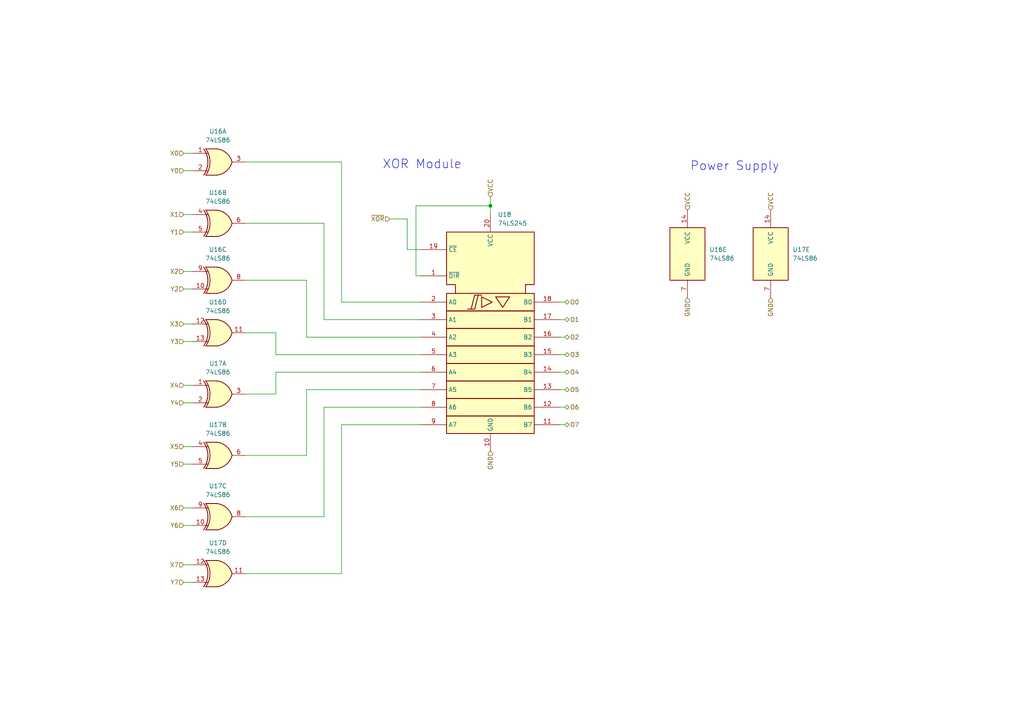
<source format=kicad_sch>
(kicad_sch (version 20250114) (generator "eeschema") (generator_version "9.0")
  (paper "A4")
  (lib_symbols
    (symbol "74xx:74LS86" (pin_names (offset 1.016))
      (property "Reference" "U" (at 0 1.27 0))
      (property "Value" "74LS86" (at 0 -1.27 0))
      (symbol "74LS86_1_0"
        (arc (start -4.4196 3.81) (mid -3.2033 0) (end -4.4196 -3.81) (stroke (width 0.254)))
        (arc (start -3.81 3.81) (mid -2.589 0) (end -3.81 -3.81) (stroke (width 0.254)))
        (polyline (pts (xy -3.81 3.81) (xy -0.635 3.81)) (stroke (width 0.254)) (fill (type background)))
        (polyline (pts (xy -3.81 -3.81) (xy -0.635 -3.81)) (stroke (width 0.254)) (fill (type background)))
        (arc (start 3.81 0) (mid 2.1855 -2.584) (end -0.6096 -3.81) (stroke (width 0.254)) (fill (type background)))
        (arc (start -0.6096 3.81) (mid 2.1928 2.5924) (end 3.81 0) (stroke (width 0.254)) (fill (type background)))
        (polyline (pts (xy -0.635 3.81) (xy -3.81 3.81) (xy -3.81 3.81) (xy -3.556 3.4036) (xy -3.0226 2.2606) (xy -2.6924 1.0414) (xy -2.6162 -0.254) (xy -2.7686 -1.4986) (xy -3.175 -2.7178) (xy -3.81 -3.81) (xy -3.81 -3.81) (xy -0.635 -3.81)) (stroke (width -25.4)) (fill (type background)))
        (pin input line (at -7.62 2.54 0) (length 4.445) (name "~") (number "1"))
        (pin input line (at -7.62 -2.54 0) (length 4.445) (name "~") (number "2"))
        (pin output line (at 7.62 0 180) (length 3.81) (name "~") (number "3"))
      )
      (symbol "74LS86_1_1"
        (polyline (pts (xy -3.81 2.54) (xy -3.175 2.54)) (stroke (width 0.1524)))
        (polyline (pts (xy -3.81 -2.54) (xy -3.175 -2.54)) (stroke (width 0.1524)))
      )
      (symbol "74LS86_2_0"
        (arc (start -4.4196 3.81) (mid -3.2033 0) (end -4.4196 -3.81) (stroke (width 0.254)))
        (arc (start -3.81 3.81) (mid -2.589 0) (end -3.81 -3.81) (stroke (width 0.254)))
        (polyline (pts (xy -3.81 3.81) (xy -0.635 3.81)) (stroke (width 0.254)) (fill (type background)))
        (polyline (pts (xy -3.81 -3.81) (xy -0.635 -3.81)) (stroke (width 0.254)) (fill (type background)))
        (arc (start 3.81 0) (mid 2.1855 -2.584) (end -0.6096 -3.81) (stroke (width 0.254)) (fill (type background)))
        (arc (start -0.6096 3.81) (mid 2.1928 2.5924) (end 3.81 0) (stroke (width 0.254)) (fill (type background)))
        (polyline (pts (xy -0.635 3.81) (xy -3.81 3.81) (xy -3.81 3.81) (xy -3.556 3.4036) (xy -3.0226 2.2606) (xy -2.6924 1.0414) (xy -2.6162 -0.254) (xy -2.7686 -1.4986) (xy -3.175 -2.7178) (xy -3.81 -3.81) (xy -3.81 -3.81) (xy -0.635 -3.81)) (stroke (width -25.4)) (fill (type background)))
        (pin input line (at -7.62 2.54 0) (length 4.445) (name "~") (number "4"))
        (pin input line (at -7.62 -2.54 0) (length 4.445) (name "~") (number "5"))
        (pin output line (at 7.62 0 180) (length 3.81) (name "~") (number "6"))
      )
      (symbol "74LS86_2_1"
        (polyline (pts (xy -3.81 2.54) (xy -3.175 2.54)) (stroke (width 0.1524)))
        (polyline (pts (xy -3.81 -2.54) (xy -3.175 -2.54)) (stroke (width 0.1524)))
      )
      (symbol "74LS86_3_0"
        (arc (start -4.4196 3.81) (mid -3.2033 0) (end -4.4196 -3.81) (stroke (width 0.254)))
        (arc (start -3.81 3.81) (mid -2.589 0) (end -3.81 -3.81) (stroke (width 0.254)))
        (polyline (pts (xy -3.81 3.81) (xy -0.635 3.81)) (stroke (width 0.254)) (fill (type background)))
        (polyline (pts (xy -3.81 -3.81) (xy -0.635 -3.81)) (stroke (width 0.254)) (fill (type background)))
        (arc (start 3.81 0) (mid 2.1855 -2.584) (end -0.6096 -3.81) (stroke (width 0.254)) (fill (type background)))
        (arc (start -0.6096 3.81) (mid 2.1928 2.5924) (end 3.81 0) (stroke (width 0.254)) (fill (type background)))
        (polyline (pts (xy -0.635 3.81) (xy -3.81 3.81) (xy -3.81 3.81) (xy -3.556 3.4036) (xy -3.0226 2.2606) (xy -2.6924 1.0414) (xy -2.6162 -0.254) (xy -2.7686 -1.4986) (xy -3.175 -2.7178) (xy -3.81 -3.81) (xy -3.81 -3.81) (xy -0.635 -3.81)) (stroke (width -25.4)) (fill (type background)))
        (pin input line (at -7.62 2.54 0) (length 4.445) (name "~") (number "9"))
        (pin input line (at -7.62 -2.54 0) (length 4.445) (name "~") (number "10"))
        (pin output line (at 7.62 0 180) (length 3.81) (name "~") (number "8"))
      )
      (symbol "74LS86_3_1"
        (polyline (pts (xy -3.81 2.54) (xy -3.175 2.54)) (stroke (width 0.1524)))
        (polyline (pts (xy -3.81 -2.54) (xy -3.175 -2.54)) (stroke (width 0.1524)))
      )
      (symbol "74LS86_4_0"
        (arc (start -4.4196 3.81) (mid -3.2033 0) (end -4.4196 -3.81) (stroke (width 0.254)))
        (arc (start -3.81 3.81) (mid -2.589 0) (end -3.81 -3.81) (stroke (width 0.254)))
        (polyline (pts (xy -3.81 3.81) (xy -0.635 3.81)) (stroke (width 0.254)) (fill (type background)))
        (polyline (pts (xy -3.81 -3.81) (xy -0.635 -3.81)) (stroke (width 0.254)) (fill (type background)))
        (arc (start 3.81 0) (mid 2.1855 -2.584) (end -0.6096 -3.81) (stroke (width 0.254)) (fill (type background)))
        (arc (start -0.6096 3.81) (mid 2.1928 2.5924) (end 3.81 0) (stroke (width 0.254)) (fill (type background)))
        (polyline (pts (xy -0.635 3.81) (xy -3.81 3.81) (xy -3.81 3.81) (xy -3.556 3.4036) (xy -3.0226 2.2606) (xy -2.6924 1.0414) (xy -2.6162 -0.254) (xy -2.7686 -1.4986) (xy -3.175 -2.7178) (xy -3.81 -3.81) (xy -3.81 -3.81) (xy -0.635 -3.81)) (stroke (width -25.4)) (fill (type background)))
        (pin input line (at -7.62 2.54 0) (length 4.445) (name "~") (number "12"))
        (pin input line (at -7.62 -2.54 0) (length 4.445) (name "~") (number "13"))
        (pin output line (at 7.62 0 180) (length 3.81) (name "~") (number "11"))
      )
      (symbol "74LS86_4_1"
        (polyline (pts (xy -3.81 2.54) (xy -3.175 2.54)) (stroke (width 0.1524)))
        (polyline (pts (xy -3.81 -2.54) (xy -3.175 -2.54)) (stroke (width 0.1524)))
      )
      (symbol "74LS86_5_0"
        (pin power_in line (at 0 12.7 270) (length 5.08) (name "VCC") (number "14"))
        (pin power_in line (at 0 -12.7 90) (length 5.08) (name "GND") (number "7"))
      )
      (symbol "74LS86_5_1"
        (rectangle (start -5.08 7.62) (end 5.08 -7.62) (stroke (width 0.254)) (fill (type background)))
      )
    )
    (symbol "74xx_IEEE:74LS245"
      (property "Reference" "U" (at 15.24 25.4 0))
      (property "Value" "74LS245" (at 5.08 -30.48 0))
      (symbol "74LS245_0_0"
        (polyline (pts (xy -6.604 10.668) (xy -4.572 10.668) (xy -3.556 14.732) (xy -2.54 14.732) (xy -4.572 14.732) (xy -5.588 10.668) (xy -5.588 10.668)) (stroke (width 0.254)) (fill (type background)))
        (polyline (pts (xy -2.54 14.224) (xy -2.54 11.176) (xy 0.508 12.7) (xy -2.54 14.224) (xy -2.54 14.224)) (stroke (width 0.254)) (fill (type background)))
        (polyline (pts (xy 1.524 14.224) (xy 5.588 14.224) (xy 3.556 11.176) (xy 1.524 14.224) (xy 1.524 14.224)) (stroke (width 0.254)) (fill (type background)))
        (pin power_in line (at 0 38.1 270) (length 5.08) (name "VCC") (number "20"))
        (pin power_in line (at 0 -30.48 90) (length 5.08) (name "GND") (number "10"))
      )
      (symbol "74LS245_0_1"
        (rectangle (start -12.7 15.24) (end 12.7 10.16) (stroke (width 0.254)) (fill (type background)))
        (rectangle (start -12.7 10.16) (end 12.7 5.08) (stroke (width 0.254)) (fill (type background)))
        (rectangle (start -12.7 5.08) (end 12.7 0) (stroke (width 0.254)) (fill (type background)))
        (rectangle (start -12.7 0) (end 12.7 -5.08) (stroke (width 0.254)) (fill (type background)))
        (rectangle (start -12.7 -5.08) (end 12.7 -10.16) (stroke (width 0.254)) (fill (type background)))
        (rectangle (start -12.7 -10.16) (end 12.7 -15.24) (stroke (width 0.254)) (fill (type background)))
        (rectangle (start -12.7 -15.24) (end 12.7 -20.32) (stroke (width 0.254)) (fill (type background)))
        (rectangle (start -12.7 -20.32) (end 12.7 -25.4) (stroke (width 0.254)) (fill (type background)))
        (polyline (pts (xy -10.16 15.24) (xy -10.16 17.78) (xy -12.7 17.78) (xy -12.7 33.02) (xy 12.7 33.02) (xy 12.7 17.78) (xy 10.16 17.78) (xy 10.16 15.24) (xy 10.16 15.24)) (stroke (width 0.254)) (fill (type background)))
      )
      (symbol "74LS245_1_1"
        (pin input line (at -20.32 27.94 0) (length 7.62) (name "~{CE}") (number "19"))
        (pin input line (at -20.32 20.32 0) (length 7.62) (name "~{DIR}") (number "1"))
        (pin tri_state line (at -20.32 12.7 0) (length 7.62) (name "A0") (number "2"))
        (pin tri_state line (at -20.32 7.62 0) (length 7.62) (name "A1") (number "3"))
        (pin tri_state line (at -20.32 2.54 0) (length 7.62) (name "A2") (number "4"))
        (pin tri_state line (at -20.32 -2.54 0) (length 7.62) (name "A3") (number "5"))
        (pin tri_state line (at -20.32 -7.62 0) (length 7.62) (name "A4") (number "6"))
        (pin tri_state line (at -20.32 -12.7 0) (length 7.62) (name "A5") (number "7"))
        (pin tri_state line (at -20.32 -17.78 0) (length 7.62) (name "A6") (number "8"))
        (pin tri_state line (at -20.32 -22.86 0) (length 7.62) (name "A7") (number "9"))
        (pin tri_state line (at 20.32 12.7 180) (length 7.62) (name "B0") (number "18"))
        (pin tri_state line (at 20.32 7.62 180) (length 7.62) (name "B1") (number "17"))
        (pin tri_state line (at 20.32 2.54 180) (length 7.62) (name "B2") (number "16"))
        (pin tri_state line (at 20.32 -2.54 180) (length 7.62) (name "B3") (number "15"))
        (pin tri_state line (at 20.32 -7.62 180) (length 7.62) (name "B4") (number "14"))
        (pin tri_state line (at 20.32 -12.7 180) (length 7.62) (name "B5") (number "13"))
        (pin tri_state line (at 20.32 -17.78 180) (length 7.62) (name "B6") (number "12"))
        (pin tri_state line (at 20.32 -22.86 180) (length 7.62) (name "B7") (number "11"))
      )
    )
  )
  (text "Power Supply" (at 213.106 48.26 0) (effects (font (size 2.54 2.54))))
  (text "XOR Module" (at 122.428 47.752 0) (effects (font (size 2.54 2.54))))
  (junction (at 142.24 59.69))
  (wire (pts (xy 71.12 96.52) (xy 80.01 96.52)))
  (wire (pts (xy 162.56 113.03) (xy 163.83 113.03)))
  (wire (pts (xy 53.34 44.45) (xy 55.88 44.45)))
  (wire (pts (xy 162.56 107.95) (xy 163.83 107.95)))
  (wire (pts (xy 99.06 123.19) (xy 121.92 123.19)))
  (wire (pts (xy 71.12 46.99) (xy 99.06 46.99)))
  (wire (pts (xy 99.06 166.37) (xy 99.06 123.19)))
  (wire (pts (xy 99.06 46.99) (xy 99.06 87.63)))
  (wire (pts (xy 53.34 67.31) (xy 55.88 67.31)))
  (wire (pts (xy 53.34 49.53) (xy 55.88 49.53)))
  (wire (pts (xy 88.9 97.79) (xy 121.92 97.79)))
  (wire (pts (xy 71.12 81.28) (xy 88.9 81.28)))
  (wire (pts (xy 162.56 92.71) (xy 163.83 92.71)))
  (wire (pts (xy 53.34 99.06) (xy 55.88 99.06)))
  (wire (pts (xy 162.56 123.19) (xy 163.83 123.19)))
  (wire (pts (xy 93.98 92.71) (xy 93.98 64.77)))
  (wire (pts (xy 113.03 63.5) (xy 118.11 63.5)))
  (wire (pts (xy 71.12 166.37) (xy 99.06 166.37)))
  (wire (pts (xy 53.34 134.62) (xy 55.88 134.62)))
  (wire (pts (xy 142.24 59.69) (xy 142.24 62.23)))
  (wire (pts (xy 121.92 118.11) (xy 93.98 118.11)))
  (wire (pts (xy 53.34 78.74) (xy 55.88 78.74)))
  (wire (pts (xy 99.06 87.63) (xy 121.92 87.63)))
  (wire (pts (xy 121.92 92.71) (xy 93.98 92.71)))
  (wire (pts (xy 53.34 93.98) (xy 55.88 93.98)))
  (wire (pts (xy 71.12 64.77) (xy 93.98 64.77)))
  (wire (pts (xy 120.65 59.69) (xy 120.65 80.01)))
  (wire (pts (xy 53.34 111.76) (xy 55.88 111.76)))
  (wire (pts (xy 53.34 62.23) (xy 55.88 62.23)))
  (wire (pts (xy 88.9 81.28) (xy 88.9 97.79)))
  (wire (pts (xy 162.56 118.11) (xy 163.83 118.11)))
  (wire (pts (xy 71.12 132.08) (xy 88.9 132.08)))
  (wire (pts (xy 53.34 152.4) (xy 55.88 152.4)))
  (wire (pts (xy 162.56 87.63) (xy 163.83 87.63)))
  (wire (pts (xy 53.34 83.82) (xy 55.88 83.82)))
  (wire (pts (xy 80.01 107.95) (xy 121.92 107.95)))
  (wire (pts (xy 88.9 113.03) (xy 121.92 113.03)))
  (wire (pts (xy 71.12 114.3) (xy 80.01 114.3)))
  (wire (pts (xy 80.01 114.3) (xy 80.01 107.95)))
  (wire (pts (xy 53.34 116.84) (xy 55.88 116.84)))
  (wire (pts (xy 80.01 102.87) (xy 121.92 102.87)))
  (wire (pts (xy 71.12 149.86) (xy 93.98 149.86)))
  (wire (pts (xy 53.34 129.54) (xy 55.88 129.54)))
  (wire (pts (xy 118.11 63.5) (xy 118.11 72.39)))
  (wire (pts (xy 53.34 147.32) (xy 55.88 147.32)))
  (wire (pts (xy 93.98 118.11) (xy 93.98 149.86)))
  (wire (pts (xy 142.24 57.15) (xy 142.24 59.69)))
  (wire (pts (xy 53.34 168.91) (xy 55.88 168.91)))
  (wire (pts (xy 80.01 96.52) (xy 80.01 102.87)))
  (wire (pts (xy 118.11 72.39) (xy 121.92 72.39)))
  (wire (pts (xy 120.65 59.69) (xy 142.24 59.69)))
  (wire (pts (xy 53.34 163.83) (xy 55.88 163.83)))
  (wire (pts (xy 162.56 102.87) (xy 163.83 102.87)))
  (wire (pts (xy 162.56 97.79) (xy 163.83 97.79)))
  (wire (pts (xy 120.65 80.01) (xy 121.92 80.01)))
  (wire (pts (xy 88.9 132.08) (xy 88.9 113.03)))
  (hierarchical_label "O5" (shape tri_state) (at 163.83 113.03 0))
  (hierarchical_label "GND" (shape input) (at 142.24 130.81 270))
  (hierarchical_label "Y5" (shape input) (at 53.34 134.62 180))
  (hierarchical_label "Y4" (shape input) (at 53.34 116.84 180))
  (hierarchical_label "X1" (shape input) (at 53.34 62.23 180))
  (hierarchical_label "GND" (shape input) (at 199.39 86.36 270))
  (hierarchical_label "VCC" (shape input) (at 199.39 60.96 90))
  (hierarchical_label "VCC" (shape input) (at 223.52 60.96 90))
  (hierarchical_label "X2" (shape input) (at 53.34 78.74 180))
  (hierarchical_label "GND" (shape input) (at 223.52 86.36 270))
  (hierarchical_label "VCC" (shape input) (at 142.24 57.15 90))
  (hierarchical_label "O3" (shape tri_state) (at 163.83 102.87 0))
  (hierarchical_label "O6" (shape tri_state) (at 163.83 118.11 0))
  (hierarchical_label "O0" (shape tri_state) (at 163.83 87.63 0))
  (hierarchical_label "X4" (shape input) (at 53.34 111.76 180))
  (hierarchical_label "Y6" (shape input) (at 53.34 152.4 180))
  (hierarchical_label "X6" (shape input) (at 53.34 147.32 180))
  (hierarchical_label "O1" (shape tri_state) (at 163.83 92.71 0))
  (hierarchical_label "Y3" (shape input) (at 53.34 99.06 180))
  (hierarchical_label "X3" (shape input) (at 53.34 93.98 180))
  (hierarchical_label "O2" (shape tri_state) (at 163.83 97.79 0))
  (hierarchical_label "Y0" (shape input) (at 53.34 49.53 180))
  (hierarchical_label "X0" (shape input) (at 53.34 44.45 180))
  (hierarchical_label "~{XOR}" (shape input) (at 113.03 63.5 180))
  (hierarchical_label "O7" (shape tri_state) (at 163.83 123.19 0))
  (hierarchical_label "Y2" (shape input) (at 53.34 83.82 180))
  (hierarchical_label "O4" (shape tri_state) (at 163.83 107.95 0))
  (hierarchical_label "Y7" (shape input) (at 53.34 168.91 180))
  (hierarchical_label "X7" (shape input) (at 53.34 163.83 180))
  (hierarchical_label "Y1" (shape input) (at 53.34 67.31 180))
  (hierarchical_label "X5" (shape input) (at 53.34 129.54 180))
  (symbol (lib_id "74xx:74LS86") (at 63.5 46.99 0) (unit 1)
    (property "Reference" "U16" (at 63.1952 38.1 0))
    (property "Value" "74LS86" (at 63.1952 40.64 0))
    (property "Footprint" "Package_DIP:DIP-14_W7.62mm" (effects (hide yes)))
    (property "Datasheet" "74xx/74ls86.pdf" (effects (hide yes)))
    (property "Description" "Quad 2-input XOR" (effects (hide yes)))
  )
  (symbol (lib_id "74xx_IEEE:74LS245") (at 142.24 100.33 0) (unit 1)
    (property "Reference" "U18" (at 144.3833 62.23 0) (effects (justify left)))
    (property "Value" "74LS245" (at 144.3833 64.77 0) (effects (justify left)))
    (property "Footprint" "Package_DIP:DIP-20_W7.62mm" (effects (hide yes)))
  )
  (symbol (lib_id "74xx:74LS86") (at 63.5 64.77 0) (unit 2)
    (property "Reference" "U16" (at 63.1952 55.88 0))
    (property "Value" "74LS86" (at 63.1952 58.42 0))
    (property "Footprint" "Package_DIP:DIP-14_W7.62mm" (effects (hide yes)))
    (property "Datasheet" "74xx/74ls86.pdf" (effects (hide yes)))
    (property "Description" "Quad 2-input XOR" (effects (hide yes)))
  )
  (symbol (lib_id "74xx:74LS86") (at 63.5 96.52 0) (unit 4)
    (property "Reference" "U16" (at 63.1952 87.63 0))
    (property "Value" "74LS86" (at 63.1952 90.17 0))
    (property "Footprint" "Package_DIP:DIP-14_W7.62mm" (effects (hide yes)))
    (property "Datasheet" "74xx/74ls86.pdf" (effects (hide yes)))
    (property "Description" "Quad 2-input XOR" (effects (hide yes)))
  )
  (symbol (lib_id "74xx:74LS86") (at 63.5 132.08 0) (unit 2)
    (property "Reference" "U17" (at 63.1952 123.19 0))
    (property "Value" "74LS86" (at 63.1952 125.73 0))
    (property "Footprint" "Package_DIP:DIP-14_W7.62mm" (effects (hide yes)))
    (property "Datasheet" "74xx/74ls86.pdf" (effects (hide yes)))
    (property "Description" "Quad 2-input XOR" (effects (hide yes)))
  )
  (symbol (lib_id "74xx:74LS86") (at 63.5 81.28 0) (unit 3)
    (property "Reference" "U16" (at 63.1952 72.39 0))
    (property "Value" "74LS86" (at 63.1952 74.93 0))
    (property "Footprint" "Package_DIP:DIP-14_W7.62mm" (effects (hide yes)))
    (property "Datasheet" "74xx/74ls86.pdf" (effects (hide yes)))
    (property "Description" "Quad 2-input XOR" (effects (hide yes)))
  )
  (symbol (lib_id "74xx:74LS86") (at 223.52 73.66 0) (unit 5)
    (property "Reference" "U17" (at 229.87 72.3899 0) (effects (justify left)))
    (property "Value" "74LS86" (at 229.87 74.9299 0) (effects (justify left)))
    (property "Footprint" "Package_DIP:DIP-14_W7.62mm" (effects (hide yes)))
    (property "Datasheet" "74xx/74ls86.pdf" (effects (hide yes)))
    (property "Description" "Quad 2-input XOR" (effects (hide yes)))
  )
  (symbol (lib_id "74xx:74LS86") (at 199.39 73.66 0) (unit 5)
    (property "Reference" "U16" (at 205.74 72.3899 0) (effects (justify left)))
    (property "Value" "74LS86" (at 205.74 74.9299 0) (effects (justify left)))
    (property "Footprint" "Package_DIP:DIP-14_W7.62mm" (effects (hide yes)))
    (property "Datasheet" "74xx/74ls86.pdf" (effects (hide yes)))
    (property "Description" "Quad 2-input XOR" (effects (hide yes)))
  )
  (symbol (lib_id "74xx:74LS86") (at 63.5 166.37 0) (unit 4)
    (property "Reference" "U17" (at 63.1952 157.48 0))
    (property "Value" "74LS86" (at 63.1952 160.02 0))
    (property "Footprint" "Package_DIP:DIP-14_W7.62mm" (effects (hide yes)))
    (property "Datasheet" "74xx/74ls86.pdf" (effects (hide yes)))
    (property "Description" "Quad 2-input XOR" (effects (hide yes)))
  )
  (symbol (lib_id "74xx:74LS86") (at 63.5 149.86 0) (unit 3)
    (property "Reference" "U17" (at 63.1952 140.97 0))
    (property "Value" "74LS86" (at 63.1952 143.51 0))
    (property "Footprint" "Package_DIP:DIP-14_W7.62mm" (effects (hide yes)))
    (property "Datasheet" "74xx/74ls86.pdf" (effects (hide yes)))
    (property "Description" "Quad 2-input XOR" (effects (hide yes)))
  )
  (symbol (lib_id "74xx:74LS86") (at 63.5 114.3 0) (unit 1)
    (property "Reference" "U17" (at 63.1952 105.41 0))
    (property "Value" "74LS86" (at 63.1952 107.95 0))
    (property "Footprint" "Package_DIP:DIP-14_W7.62mm" (effects (hide yes)))
    (property "Datasheet" "74xx/74ls86.pdf" (effects (hide yes)))
    (property "Description" "Quad 2-input XOR" (effects (hide yes)))
  )
)
</source>
